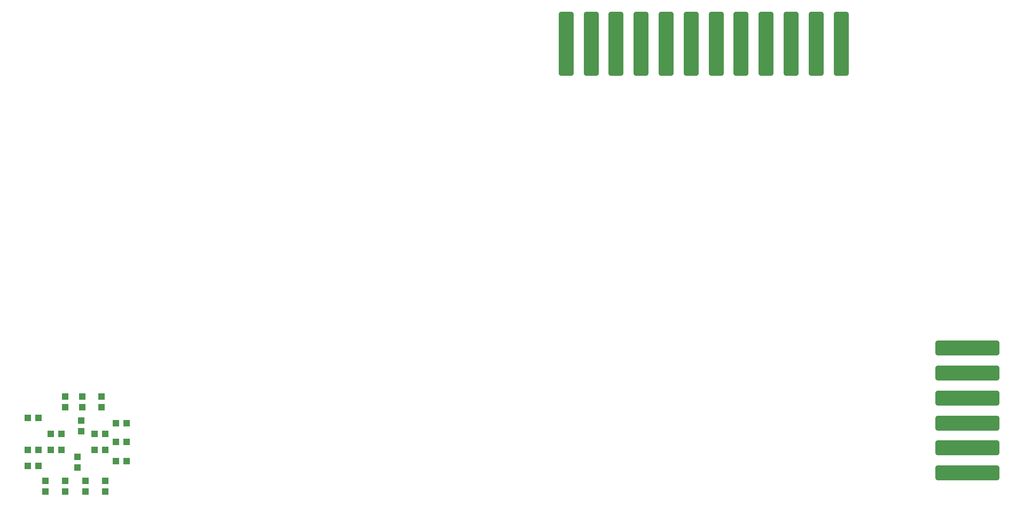
<source format=gbp>
%TF.GenerationSoftware,KiCad,Pcbnew,8.0.2*%
%TF.CreationDate,2024-05-25T17:16:43+02:00*%
%TF.ProjectId,micropet_v3,6d696372-6f70-4657-945f-76332e6b6963,rev?*%
%TF.SameCoordinates,Original*%
%TF.FileFunction,Paste,Bot*%
%TF.FilePolarity,Positive*%
%FSLAX46Y46*%
G04 Gerber Fmt 4.6, Leading zero omitted, Abs format (unit mm)*
G04 Created by KiCad (PCBNEW 8.0.2) date 2024-05-25 17:16:43*
%MOMM*%
%LPD*%
G01*
G04 APERTURE LIST*
G04 Aperture macros list*
%AMRoundRect*
0 Rectangle with rounded corners*
0 $1 Rounding radius*
0 $2 $3 $4 $5 $6 $7 $8 $9 X,Y pos of 4 corners*
0 Add a 4 corners polygon primitive as box body*
4,1,4,$2,$3,$4,$5,$6,$7,$8,$9,$2,$3,0*
0 Add four circle primitives for the rounded corners*
1,1,$1+$1,$2,$3*
1,1,$1+$1,$4,$5*
1,1,$1+$1,$6,$7*
1,1,$1+$1,$8,$9*
0 Add four rect primitives between the rounded corners*
20,1,$1+$1,$2,$3,$4,$5,0*
20,1,$1+$1,$4,$5,$6,$7,0*
20,1,$1+$1,$6,$7,$8,$9,0*
20,1,$1+$1,$8,$9,$2,$3,0*%
G04 Aperture macros list end*
%ADD10RoundRect,0.358140X0.835660X4.721860X-0.835660X4.721860X-0.835660X-4.721860X0.835660X-4.721860X0*%
%ADD11RoundRect,0.358140X4.721860X-0.835660X4.721860X0.835660X-4.721860X0.835660X-4.721860X-0.835660X0*%
%ADD12R,1.100000X1.000000*%
%ADD13R,1.000000X1.100000*%
G04 APERTURE END LIST*
D10*
%TO.C,CN4*%
X237904806Y-44767500D03*
X233942406Y-44767500D03*
X229980006Y-44767500D03*
X226017606Y-44767500D03*
X222055206Y-44767500D03*
X218092806Y-44767500D03*
X214130406Y-44767500D03*
X210168006Y-44767500D03*
X206205606Y-44767500D03*
X202243206Y-44767500D03*
X198280806Y-44767500D03*
X194318406Y-44767500D03*
%TD*%
D11*
%TO.C,CN3*%
X257942231Y-112855375D03*
X257942231Y-108892975D03*
X257942231Y-104930575D03*
X257942231Y-100968175D03*
X257942231Y-97005775D03*
X257942231Y-93043375D03*
%TD*%
D12*
%TO.C,C55*%
X110705000Y-104140000D03*
X109005000Y-104140000D03*
%TD*%
%TO.C,C57*%
X110705000Y-111760000D03*
X109005000Y-111760000D03*
%TD*%
D13*
%TO.C,C61*%
X114935000Y-102450000D03*
X114935000Y-100750000D03*
%TD*%
%TO.C,C53*%
X120650000Y-102450000D03*
X120650000Y-100750000D03*
%TD*%
D12*
%TO.C,C62*%
X121285000Y-106680000D03*
X119585000Y-106680000D03*
%TD*%
D13*
%TO.C,C69*%
X116840000Y-111975000D03*
X116840000Y-110275000D03*
%TD*%
%TO.C,C64*%
X117475000Y-104560000D03*
X117475000Y-106260000D03*
%TD*%
D12*
%TO.C,C68*%
X112600000Y-109220000D03*
X114300000Y-109220000D03*
%TD*%
D13*
%TO.C,C47*%
X111760000Y-114085000D03*
X111760000Y-115785000D03*
%TD*%
%TO.C,C46*%
X121285000Y-114085000D03*
X121285000Y-115785000D03*
%TD*%
%TO.C,C54*%
X117633200Y-102450000D03*
X117633200Y-100750000D03*
%TD*%
%TO.C,C45*%
X114935000Y-114085000D03*
X114935000Y-115785000D03*
%TD*%
D12*
%TO.C,C63*%
X121285000Y-109220000D03*
X119585000Y-109220000D03*
%TD*%
%TO.C,C58*%
X122975000Y-110966800D03*
X124675000Y-110966800D03*
%TD*%
%TO.C,C56*%
X110705000Y-109220000D03*
X109005000Y-109220000D03*
%TD*%
D13*
%TO.C,C48*%
X118110000Y-114085000D03*
X118110000Y-115785000D03*
%TD*%
D12*
%TO.C,C67*%
X112600000Y-106680000D03*
X114300000Y-106680000D03*
%TD*%
%TO.C,C60*%
X122975000Y-104933200D03*
X124675000Y-104933200D03*
%TD*%
%TO.C,C59*%
X122975000Y-107950000D03*
X124675000Y-107950000D03*
%TD*%
M02*

</source>
